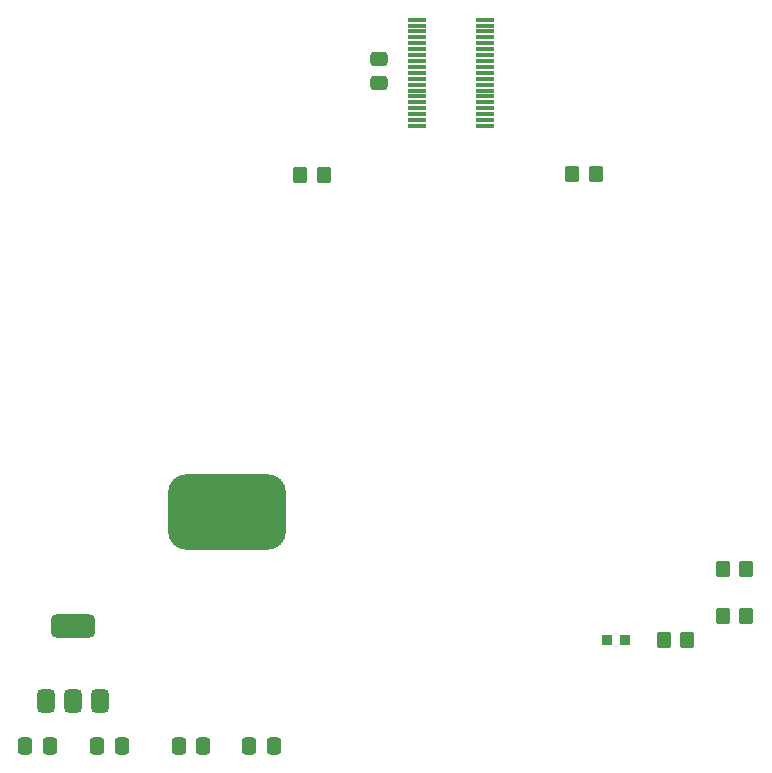
<source format=gbr>
%TF.GenerationSoftware,KiCad,Pcbnew,8.0.1*%
%TF.CreationDate,2024-06-02T16:30:41+02:00*%
%TF.ProjectId,Microrat,4d696372-6f72-4617-942e-6b696361645f,rev?*%
%TF.SameCoordinates,Original*%
%TF.FileFunction,Paste,Top*%
%TF.FilePolarity,Positive*%
%FSLAX46Y46*%
G04 Gerber Fmt 4.6, Leading zero omitted, Abs format (unit mm)*
G04 Created by KiCad (PCBNEW 8.0.1) date 2024-06-02 16:30:41*
%MOMM*%
%LPD*%
G01*
G04 APERTURE LIST*
G04 Aperture macros list*
%AMRoundRect*
0 Rectangle with rounded corners*
0 $1 Rounding radius*
0 $2 $3 $4 $5 $6 $7 $8 $9 X,Y pos of 4 corners*
0 Add a 4 corners polygon primitive as box body*
4,1,4,$2,$3,$4,$5,$6,$7,$8,$9,$2,$3,0*
0 Add four circle primitives for the rounded corners*
1,1,$1+$1,$2,$3*
1,1,$1+$1,$4,$5*
1,1,$1+$1,$6,$7*
1,1,$1+$1,$8,$9*
0 Add four rect primitives between the rounded corners*
20,1,$1+$1,$2,$3,$4,$5,0*
20,1,$1+$1,$4,$5,$6,$7,0*
20,1,$1+$1,$6,$7,$8,$9,0*
20,1,$1+$1,$8,$9,$2,$3,0*%
G04 Aperture macros list end*
%ADD10R,0.950000X0.950000*%
%ADD11RoundRect,0.250000X-0.350000X-0.450000X0.350000X-0.450000X0.350000X0.450000X-0.350000X0.450000X0*%
%ADD12RoundRect,0.250000X0.337500X0.475000X-0.337500X0.475000X-0.337500X-0.475000X0.337500X-0.475000X0*%
%ADD13RoundRect,0.250000X0.350000X0.450000X-0.350000X0.450000X-0.350000X-0.450000X0.350000X-0.450000X0*%
%ADD14RoundRect,0.035000X-0.745000X-0.105000X0.745000X-0.105000X0.745000X0.105000X-0.745000X0.105000X0*%
%ADD15RoundRect,0.035000X0.745000X0.105000X-0.745000X0.105000X-0.745000X-0.105000X0.745000X-0.105000X0*%
%ADD16RoundRect,1.600000X-3.400000X-1.600000X3.400000X-1.600000X3.400000X1.600000X-3.400000X1.600000X0*%
%ADD17RoundRect,0.250000X-0.337500X-0.475000X0.337500X-0.475000X0.337500X0.475000X-0.337500X0.475000X0*%
%ADD18RoundRect,0.375000X0.375000X-0.625000X0.375000X0.625000X-0.375000X0.625000X-0.375000X-0.625000X0*%
%ADD19RoundRect,0.500000X1.400000X-0.500000X1.400000X0.500000X-1.400000X0.500000X-1.400000X-0.500000X0*%
%ADD20RoundRect,0.250000X-0.475000X0.337500X-0.475000X-0.337500X0.475000X-0.337500X0.475000X0.337500X0*%
G04 APERTURE END LIST*
D10*
%TO.C,D3*%
X251250000Y-208000000D03*
X252750000Y-208000000D03*
%TD*%
D11*
%TO.C,R5*%
X261000000Y-202000000D03*
X263000000Y-202000000D03*
%TD*%
D12*
%TO.C,C4*%
X223000000Y-217000000D03*
X220925000Y-217000000D03*
%TD*%
%TO.C,C2*%
X204037500Y-217000000D03*
X201962500Y-217000000D03*
%TD*%
D11*
%TO.C,R2*%
X256000000Y-208000000D03*
X258000000Y-208000000D03*
%TD*%
D13*
%TO.C,R3*%
X227229231Y-168626922D03*
X225229231Y-168626922D03*
%TD*%
D14*
%TO.C,U3*%
X235120000Y-155500000D03*
X235120000Y-156000000D03*
X235120000Y-156500000D03*
X235120000Y-157000000D03*
X235120000Y-157500000D03*
X235120000Y-158000000D03*
X235120000Y-158500000D03*
X235120000Y-159000000D03*
X235120000Y-159500000D03*
X235120000Y-160000000D03*
X235120000Y-160500000D03*
X235120000Y-161000000D03*
X235120000Y-161500000D03*
X235120000Y-162000000D03*
X235120000Y-162500000D03*
X235120000Y-163000000D03*
X235120000Y-163500000D03*
X235120000Y-164000000D03*
X235120000Y-164500000D03*
D15*
X240880000Y-164500000D03*
X240880000Y-164000000D03*
X240880000Y-163500000D03*
X240880000Y-163000000D03*
X240880000Y-162500000D03*
X240880000Y-162000000D03*
X240880000Y-161500000D03*
X240880000Y-161000000D03*
X240880000Y-160500000D03*
X240880000Y-160000000D03*
X240880000Y-159500000D03*
X240880000Y-159000000D03*
X240880000Y-158500000D03*
X240880000Y-158000000D03*
X240880000Y-157500000D03*
X240880000Y-157000000D03*
X240880000Y-156500000D03*
X240880000Y-156000000D03*
X240880000Y-155500000D03*
%TD*%
D16*
%TO.C,REF\u002A\u002A*%
X219038031Y-197162158D03*
%TD*%
D13*
%TO.C,R1*%
X250256957Y-168545081D03*
X248256957Y-168545081D03*
%TD*%
D17*
%TO.C,C3*%
X214962500Y-217000000D03*
X217037500Y-217000000D03*
%TD*%
D18*
%TO.C,U2*%
X203700000Y-213150000D03*
X206000000Y-213150000D03*
D19*
X206000000Y-206850000D03*
D18*
X208300000Y-213150000D03*
%TD*%
D17*
%TO.C,C1*%
X208072136Y-217000000D03*
X210147136Y-217000000D03*
%TD*%
D11*
%TO.C,R4*%
X261000000Y-206000000D03*
X263000000Y-206000000D03*
%TD*%
D20*
%TO.C,C5*%
X231932116Y-158829713D03*
X231932116Y-160904713D03*
%TD*%
M02*

</source>
